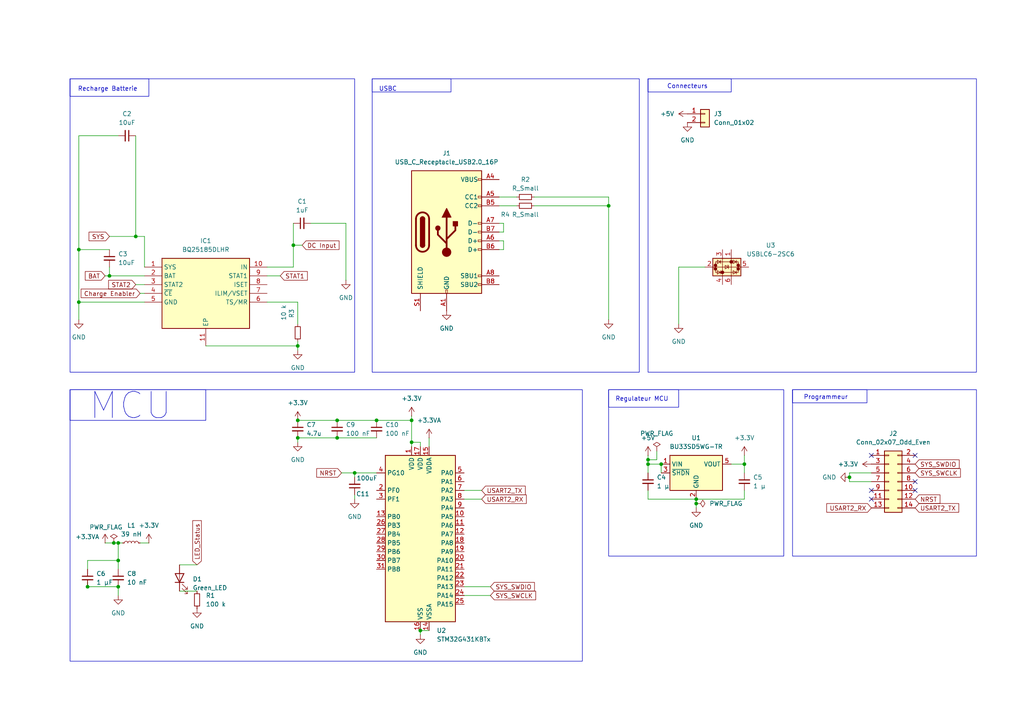
<source format=kicad_sch>
(kicad_sch (version 20231120) (generator "eeschema") (generator_version "8.0")
  (paper "A4")
  (title_block (title "PCB : Batterie Veste Lumineuse") (company "ENSEA") (comment 1 "Clément Servaes") (comment 2 "Léonard Navizet"))
  (lib_symbols
    (symbol "BQ25185DLHR:BQ25185DLHR"
      (property "Reference" "IC" (at 31.75 7.62 0))
      (property "Value" "BQ25185DLHR" (at 31.75 5.08 0))
      (symbol "BQ25185DLHR_1_1"
        (rectangle (start 5.08 2.54) (end 30.48 -17.78) (stroke (width 0.254)) (fill (type background)))
        (pin passive line (at 0 0 0) (length 5.08) (name "SYS") (number "1"))
        (pin passive line (at 35.56 0 180) (length 5.08) (name "IN") (number "10"))
        (pin passive line (at 17.78 -22.86 90) (length 5.08) (name "EP") (number "11"))
        (pin passive line (at 0 -2.54 0) (length 5.08) (name "BAT") (number "2"))
        (pin passive line (at 0 -5.08 0) (length 5.08) (name "STAT2") (number "3"))
        (pin passive line (at 0 -7.62 0) (length 5.08) (name "~{CE}") (number "4"))
        (pin passive line (at 0 -10.16 0) (length 5.08) (name "GND") (number "5"))
        (pin passive line (at 35.56 -10.16 180) (length 5.08) (name "TS/MR") (number "6"))
        (pin passive line (at 35.56 -7.62 180) (length 5.08) (name "ILIM/VSET") (number "7"))
        (pin passive line (at 35.56 -5.08 180) (length 5.08) (name "ISET") (number "8"))
        (pin passive line (at 35.56 -2.54 180) (length 5.08) (name "STAT1") (number "9"))
      )
    )
    (symbol "Connector:USB_C_Receptacle_USB2.0_16P" (pin_names (offset 1.016))
      (property "Reference" "J" (at 0 22.225 0))
      (property "Value" "USB_C_Receptacle_USB2.0_16P" (at 0 19.685 0))
      (symbol "USB_C_Receptacle_USB2.0_16P_0_0"
        (rectangle (start -0.254 -17.78) (end 0.254 -16.764))
        (rectangle (start 10.16 -14.986) (end 9.144 -15.494))
        (rectangle (start 10.16 -12.446) (end 9.144 -12.954))
        (rectangle (start 10.16 -4.826) (end 9.144 -5.334))
        (rectangle (start 10.16 -2.286) (end 9.144 -2.794))
        (rectangle (start 10.16 0.254) (end 9.144 -0.254))
        (rectangle (start 10.16 2.794) (end 9.144 2.286))
        (rectangle (start 10.16 7.874) (end 9.144 7.366))
        (rectangle (start 10.16 10.414) (end 9.144 9.906))
        (rectangle (start 10.16 15.494) (end 9.144 14.986))
      )
      (symbol "USB_C_Receptacle_USB2.0_16P_0_1"
        (rectangle (start -10.16 17.78) (end 10.16 -17.78) (stroke (width 0.254)) (fill (type background)))
        (arc (start -8.89 -3.81) (mid -6.985 -5.7067) (end -5.08 -3.81) (stroke (width 0.508)))
        (arc (start -7.62 -3.81) (mid -6.985 -4.4423) (end -6.35 -3.81) (stroke (width 0.254)))
        (arc (start -7.62 -3.81) (mid -6.985 -4.4423) (end -6.35 -3.81) (stroke (width 0.254)) (fill (type outline)))
        (rectangle (start -7.62 -3.81) (end -6.35 3.81) (stroke (width 0.254)) (fill (type outline)))
        (arc (start -6.35 3.81) (mid -6.985 4.4423) (end -7.62 3.81) (stroke (width 0.254)))
        (arc (start -6.35 3.81) (mid -6.985 4.4423) (end -7.62 3.81) (stroke (width 0.254)) (fill (type outline)))
        (arc (start -5.08 3.81) (mid -6.985 5.7067) (end -8.89 3.81) (stroke (width 0.508)))
        (circle (center -2.54 1.143) (radius 0.635) (stroke (width 0.254)) (fill (type outline)))
        (circle (center 0 -5.842) (radius 1.27) (fill (type outline)))
        (polyline (pts (xy -8.89 -3.81) (xy -8.89 3.81)) (stroke (width 0.508)))
        (polyline (pts (xy -5.08 3.81) (xy -5.08 -3.81)) (stroke (width 0.508)))
        (polyline (pts (xy 0 -5.842) (xy 0 4.318)) (stroke (width 0.508)))
        (polyline (pts (xy 0 -3.302) (xy -2.54 -0.762) (xy -2.54 0.508)) (stroke (width 0.508)))
        (polyline (pts (xy 0 -2.032) (xy 2.54 0.508) (xy 2.54 1.778)) (stroke (width 0.508)))
        (polyline (pts (xy -1.27 4.318) (xy 0 6.858) (xy 1.27 4.318) (xy -1.27 4.318)) (stroke (width 0.254)) (fill (type outline)))
        (rectangle (start 1.905 1.778) (end 3.175 3.048) (stroke (width 0.254)) (fill (type outline)))
      )
      (symbol "USB_C_Receptacle_USB2.0_16P_1_1"
        (pin passive line (at 0 -22.86 90) (length 5.08) (name "GND") (number "A1"))
        (pin passive line (at 0 -22.86 90) (length 5.08) hide (name "GND") (number "A12"))
        (pin passive line (at 15.24 15.24 180) (length 5.08) (name "VBUS") (number "A4"))
        (pin bidirectional line (at 15.24 10.16 180) (length 5.08) (name "CC1") (number "A5"))
        (pin bidirectional line (at 15.24 -2.54 180) (length 5.08) (name "D+") (number "A6"))
        (pin bidirectional line (at 15.24 2.54 180) (length 5.08) (name "D-") (number "A7"))
        (pin bidirectional line (at 15.24 -12.7 180) (length 5.08) (name "SBU1") (number "A8"))
        (pin passive line (at 15.24 15.24 180) (length 5.08) hide (name "VBUS") (number "A9"))
        (pin passive line (at 0 -22.86 90) (length 5.08) hide (name "GND") (number "B1"))
        (pin passive line (at 0 -22.86 90) (length 5.08) hide (name "GND") (number "B12"))
        (pin passive line (at 15.24 15.24 180) (length 5.08) hide (name "VBUS") (number "B4"))
        (pin bidirectional line (at 15.24 7.62 180) (length 5.08) (name "CC2") (number "B5"))
        (pin bidirectional line (at 15.24 -5.08 180) (length 5.08) (name "D+") (number "B6"))
        (pin bidirectional line (at 15.24 0 180) (length 5.08) (name "D-") (number "B7"))
        (pin bidirectional line (at 15.24 -15.24 180) (length 5.08) (name "SBU2") (number "B8"))
        (pin passive line (at 15.24 15.24 180) (length 5.08) hide (name "VBUS") (number "B9"))
        (pin passive line (at -7.62 -22.86 90) (length 5.08) (name "SHIELD") (number "S1"))
      )
    )
    (symbol "Connector_Generic:Conn_01x02" (pin_names (offset 1.016) hide)
      (property "Reference" "J" (at 0 2.54 0))
      (property "Value" "Conn_01x02" (at 0 -5.08 0))
      (symbol "Conn_01x02_1_1"
        (rectangle (start -1.27 -2.413) (end 0 -2.667) (stroke (width 0.1524)))
        (rectangle (start -1.27 0.127) (end 0 -0.127) (stroke (width 0.1524)))
        (rectangle (start -1.27 1.27) (end 1.27 -3.81) (stroke (width 0.254)) (fill (type background)))
        (pin passive line (at -5.08 0 0) (length 3.81) (name "Pin_1") (number "1"))
        (pin passive line (at -5.08 -2.54 0) (length 3.81) (name "Pin_2") (number "2"))
      )
    )
    (symbol "Connector_Generic:Conn_02x07_Odd_Even" (pin_names (offset 1.016) hide)
      (property "Reference" "J" (at 1.27 10.16 0))
      (property "Value" "Conn_02x07_Odd_Even" (at 1.27 -10.16 0))
      (symbol "Conn_02x07_Odd_Even_1_1"
        (rectangle (start -1.27 -7.493) (end 0 -7.747) (stroke (width 0.1524)))
        (rectangle (start -1.27 -4.953) (end 0 -5.207) (stroke (width 0.1524)))
        (rectangle (start -1.27 -2.413) (end 0 -2.667) (stroke (width 0.1524)))
        (rectangle (start -1.27 0.127) (end 0 -0.127) (stroke (width 0.1524)))
        (rectangle (start -1.27 2.667) (end 0 2.413) (stroke (width 0.1524)))
        (rectangle (start -1.27 5.207) (end 0 4.953) (stroke (width 0.1524)))
        (rectangle (start -1.27 7.747) (end 0 7.493) (stroke (width 0.1524)))
        (rectangle (start -1.27 8.89) (end 3.81 -8.89) (stroke (width 0.254)) (fill (type background)))
        (rectangle (start 3.81 -7.493) (end 2.54 -7.747) (stroke (width 0.1524)))
        (rectangle (start 3.81 -4.953) (end 2.54 -5.207) (stroke (width 0.1524)))
        (rectangle (start 3.81 -2.413) (end 2.54 -2.667) (stroke (width 0.1524)))
        (rectangle (start 3.81 0.127) (end 2.54 -0.127) (stroke (width 0.1524)))
        (rectangle (start 3.81 2.667) (end 2.54 2.413) (stroke (width 0.1524)))
        (rectangle (start 3.81 5.207) (end 2.54 4.953) (stroke (width 0.1524)))
        (rectangle (start 3.81 7.747) (end 2.54 7.493) (stroke (width 0.1524)))
        (pin passive line (at -5.08 7.62 0) (length 3.81) (name "Pin_1") (number "1"))
        (pin passive line (at 7.62 -2.54 180) (length 3.81) (name "Pin_10") (number "10"))
        (pin passive line (at -5.08 -5.08 0) (length 3.81) (name "Pin_11") (number "11"))
        (pin passive line (at 7.62 -5.08 180) (length 3.81) (name "Pin_12") (number "12"))
        (pin passive line (at -5.08 -7.62 0) (length 3.81) (name "Pin_13") (number "13"))
        (pin passive line (at 7.62 -7.62 180) (length 3.81) (name "Pin_14") (number "14"))
        (pin passive line (at 7.62 7.62 180) (length 3.81) (name "Pin_2") (number "2"))
        (pin passive line (at -5.08 5.08 0) (length 3.81) (name "Pin_3") (number "3"))
        (pin passive line (at 7.62 5.08 180) (length 3.81) (name "Pin_4") (number "4"))
        (pin passive line (at -5.08 2.54 0) (length 3.81) (name "Pin_5") (number "5"))
        (pin passive line (at 7.62 2.54 180) (length 3.81) (name "Pin_6") (number "6"))
        (pin passive line (at -5.08 0 0) (length 3.81) (name "Pin_7") (number "7"))
        (pin passive line (at 7.62 0 180) (length 3.81) (name "Pin_8") (number "8"))
        (pin passive line (at -5.08 -2.54 0) (length 3.81) (name "Pin_9") (number "9"))
      )
    )
    (symbol "Device:C_Small" (pin_numbers hide) (pin_names (offset 0.254) hide)
      (property "Reference" "C" (at 0.254 1.778 0))
      (property "Value" "C_Small" (at 0.254 -2.032 0))
      (symbol "C_Small_0_1"
        (polyline (pts (xy -1.524 -0.508) (xy 1.524 -0.508)) (stroke (width 0.3302)))
        (polyline (pts (xy -1.524 0.508) (xy 1.524 0.508)) (stroke (width 0.3048)))
      )
      (symbol "C_Small_1_1"
        (pin passive line (at 0 2.54 270) (length 2.032) (name "~") (number "1"))
        (pin passive line (at 0 -2.54 90) (length 2.032) (name "~") (number "2"))
      )
    )
    (symbol "Device:LED" (pin_numbers hide) (pin_names (offset 1.016) hide)
      (property "Reference" "D" (at -2.54 0 90))
      (property "Value" "LED" (at 2.54 0 90))
      (symbol "LED_0_1"
        (polyline (pts (xy 0 -1.27) (xy 0 1.27)))
        (polyline (pts (xy 1.27 -1.27) (xy -1.27 -1.27)) (stroke (width 0.254)))
        (polyline (pts (xy 1.27 1.27) (xy -1.27 1.27) (xy 0 -1.27) (xy 1.27 1.27)) (stroke (width 0.254)))
        (polyline (pts (xy 0.762 -3.048) (xy 2.286 -4.572) (xy 2.286 -3.81) (xy 2.286 -4.572) (xy 1.524 -4.572)))
        (polyline (pts (xy 0.762 -1.778) (xy 2.286 -3.302) (xy 2.286 -2.54) (xy 2.286 -3.302) (xy 1.524 -3.302)))
      )
      (symbol "LED_1_1"
        (pin passive line (at 0 -3.81 90) (length 2.54) (name "K") (number "1"))
        (pin passive line (at 0 3.81 270) (length 2.54) (name "A") (number "2"))
      )
    )
    (symbol "Device:L_Small" (pin_numbers hide) (pin_names (offset 0.254) hide)
      (property "Reference" "L" (at 16.764 -3.048 90))
      (property "Value" "L_Small" (at 18.796 -3.048 90))
      (symbol "L_Small_0_1"
        (arc (start 16.764 -3.81) (mid 16.256 -3.3042) (end 15.748 -3.81))
        (arc (start 17.78 -3.81) (mid 17.272 -3.3042) (end 16.764 -3.81))
        (arc (start 18.796 -3.81) (mid 18.288 -3.3042) (end 17.78 -3.81))
        (arc (start 19.812 -3.81) (mid 19.304 -3.3042) (end 18.796 -3.81))
      )
      (symbol "L_Small_1_1"
        (pin passive line (at 15.24 -3.81 0) (length 0.508) (name "~") (number "1"))
        (pin passive line (at 20.32 -3.81 180) (length 0.508) (name "~") (number "2"))
      )
    )
    (symbol "Device:R_Small" (pin_numbers hide) (pin_names (offset 0.254) hide)
      (property "Reference" "R" (at 0.762 0.508 0))
      (property "Value" "R_Small" (at 0.762 -1.016 0))
      (symbol "R_Small_0_1"
        (rectangle (start -0.762 1.778) (end 0.762 -1.778) (stroke (width 0.2032)))
      )
      (symbol "R_Small_1_1"
        (pin passive line (at 0 2.54 270) (length 0.762) (name "~") (number "1"))
        (pin passive line (at 0 -2.54 90) (length 0.762) (name "~") (number "2"))
      )
    )
    (symbol "MCU_ST_STM32G4:STM32G431KBTx"
      (property "Reference" "U" (at -10.16 26.67 0))
      (property "Value" "STM32G431KBTx" (at 5.08 26.67 0))
      (symbol "STM32G431KBTx_0_1"
        (rectangle (start -10.16 -22.86) (end 10.16 25.4) (stroke (width 0.254)) (fill (type background)))
      )
      (symbol "STM32G431KBTx_1_1"
        (pin power_in line (at -2.54 27.94 270) (length 2.54) (name "VDD") (number "1"))
        (pin bidirectional line (at 12.7 7.62 180) (length 2.54) (name "PA5") (number "10"))
        (pin bidirectional line (at 12.7 5.08 180) (length 2.54) (name "PA6") (number "11"))
        (pin bidirectional line (at 12.7 2.54 180) (length 2.54) (name "PA7") (number "12"))
        (pin bidirectional line (at -12.7 7.62 0) (length 2.54) (name "PB0") (number "13"))
        (pin power_in line (at 2.54 -25.4 90) (length 2.54) (name "VSSA") (number "14"))
        (pin power_in line (at 2.54 27.94 270) (length 2.54) (name "VDDA") (number "15"))
        (pin power_in line (at 0 -25.4 90) (length 2.54) (name "VSS") (number "16"))
        (pin power_in line (at 0 27.94 270) (length 2.54) (name "VDD") (number "17"))
        (pin bidirectional line (at 12.7 0 180) (length 2.54) (name "PA8") (number "18"))
        (pin bidirectional line (at 12.7 -2.54 180) (length 2.54) (name "PA9") (number "19"))
        (pin bidirectional line (at -12.7 15.24 0) (length 2.54) (name "PF0") (number "2"))
        (pin bidirectional line (at 12.7 -5.08 180) (length 2.54) (name "PA10") (number "20"))
        (pin bidirectional line (at 12.7 -7.62 180) (length 2.54) (name "PA11") (number "21"))
        (pin bidirectional line (at 12.7 -10.16 180) (length 2.54) (name "PA12") (number "22"))
        (pin bidirectional line (at 12.7 -12.7 180) (length 2.54) (name "PA13") (number "23"))
        (pin bidirectional line (at 12.7 -15.24 180) (length 2.54) (name "PA14") (number "24"))
        (pin bidirectional line (at 12.7 -17.78 180) (length 2.54) (name "PA15") (number "25"))
        (pin bidirectional line (at -12.7 5.08 0) (length 2.54) (name "PB3") (number "26"))
        (pin bidirectional line (at -12.7 2.54 0) (length 2.54) (name "PB4") (number "27"))
        (pin bidirectional line (at -12.7 0 0) (length 2.54) (name "PB5") (number "28"))
        (pin bidirectional line (at -12.7 -2.54 0) (length 2.54) (name "PB6") (number "29"))
        (pin bidirectional line (at -12.7 12.7 0) (length 2.54) (name "PF1") (number "3"))
        (pin bidirectional line (at -12.7 -5.08 0) (length 2.54) (name "PB7") (number "30"))
        (pin bidirectional line (at -12.7 -7.62 0) (length 2.54) (name "PB8") (number "31"))
        (pin passive line (at 0 -25.4 90) (length 2.54) hide (name "VSS") (number "32"))
        (pin bidirectional line (at -12.7 20.32 0) (length 2.54) (name "PG10") (number "4"))
        (pin bidirectional line (at 12.7 20.32 180) (length 2.54) (name "PA0") (number "5"))
        (pin bidirectional line (at 12.7 17.78 180) (length 2.54) (name "PA1") (number "6"))
        (pin bidirectional line (at 12.7 15.24 180) (length 2.54) (name "PA2") (number "7"))
        (pin bidirectional line (at 12.7 12.7 180) (length 2.54) (name "PA3") (number "8"))
        (pin bidirectional line (at 12.7 10.16 180) (length 2.54) (name "PA4") (number "9"))
      )
    )
    (symbol "Power_Protection:USBLC6-2SC6" (pin_names hide)
      (property "Reference" "U" (at 0.635 5.715 0))
      (property "Value" "USBLC6-2SC6" (at 0.635 3.81 0))
      (symbol "USBLC6-2SC6_0_0"
        (circle (center -1.524 0) (radius 0.0001) (stroke (width 0.508)))
        (circle (center -0.508 -4.572) (radius 0.0001) (stroke (width 0.508)))
        (circle (center -0.508 2.032) (radius 0.0001) (stroke (width 0.508)))
        (circle (center 0.508 -4.572) (radius 0.0001) (stroke (width 0.508)))
        (circle (center 0.508 2.032) (radius 0.0001) (stroke (width 0.508)))
        (circle (center 1.524 -2.54) (radius 0.0001) (stroke (width 0.508)))
      )
      (symbol "USBLC6-2SC6_0_1"
        (polyline (pts (xy -2.54 -2.54) (xy 2.54 -2.54)))
        (polyline (pts (xy -2.54 0) (xy 2.54 0)))
        (polyline (pts (xy -2.032 -3.048) (xy -1.016 -3.048)))
        (polyline (pts (xy -1.016 1.524) (xy -2.032 1.524)))
        (polyline (pts (xy 1.016 -3.048) (xy 2.032 -3.048)))
        (polyline (pts (xy 1.016 1.524) (xy 2.032 1.524)))
        (polyline (pts (xy -0.508 -1.143) (xy -0.508 -0.762) (xy 0.508 -0.762)))
        (polyline (pts (xy -2.032 0.508) (xy -1.016 0.508) (xy -1.524 1.524) (xy -2.032 0.508)))
        (polyline (pts (xy -1.016 -4.064) (xy -2.032 -4.064) (xy -1.524 -3.048) (xy -1.016 -4.064)))
        (polyline (pts (xy 0.508 -1.778) (xy -0.508 -1.778) (xy 0 -0.762) (xy 0.508 -1.778)))
        (polyline (pts (xy 2.032 -4.064) (xy 1.016 -4.064) (xy 1.524 -3.048) (xy 2.032 -4.064)))
        (polyline (pts (xy 2.032 0.508) (xy 1.016 0.508) (xy 1.524 1.524) (xy 2.032 0.508)))
        (polyline (pts (xy 0 2.54) (xy -0.508 2.032) (xy 0.508 2.032) (xy 0 1.524) (xy 0 -4.064) (xy -0.508 -4.572) (xy 0.508 -4.572) (xy 0 -5.08)))
      )
      (symbol "USBLC6-2SC6_1_1"
        (rectangle (start -2.54 2.794) (end 2.54 -5.334) (stroke (width 0.254)) (fill (type background)))
        (polyline (pts (xy -0.508 2.032) (xy -1.524 2.032) (xy -1.524 -4.572) (xy -0.508 -4.572)))
        (polyline (pts (xy 0.508 -4.572) (xy 1.524 -4.572) (xy 1.524 2.032) (xy 0.508 2.032)))
        (pin passive line (at -5.08 0 0) (length 2.54) (name "I/O1") (number "1"))
        (pin passive line (at 0 -7.62 90) (length 2.54) (name "GND") (number "2"))
        (pin passive line (at -5.08 -2.54 0) (length 2.54) (name "I/O2") (number "3"))
        (pin passive line (at 5.08 -2.54 180) (length 2.54) (name "I/O2") (number "4"))
        (pin passive line (at 0 5.08 270) (length 2.54) (name "VBUS") (number "5"))
        (pin passive line (at 5.08 0 180) (length 2.54) (name "I/O1") (number "6"))
      )
    )
    (symbol "Regulator_Linear:MCP1802x-xx02xOT"
      (property "Reference" "U" (at -6.35 6.35 0))
      (property "Value" "MCP1802x-xx02xOT" (at 0 6.35 0))
      (symbol "MCP1802x-xx02xOT_0_1"
        (rectangle (start -7.62 5.08) (end 7.62 -5.08) (stroke (width 0.254)) (fill (type background)))
      )
      (symbol "MCP1802x-xx02xOT_1_1"
        (pin power_in line (at -10.16 2.54 0) (length 2.54) (name "VIN") (number "1"))
        (pin power_in line (at 0 -7.62 90) (length 2.54) (name "GND") (number "2"))
        (pin input line (at -10.16 0 0) (length 2.54) (name "~{SHDN}") (number "3"))
        (pin no_connect line (at 7.62 0 180) (length 2.54) hide (name "NC") (number "4"))
        (pin power_out line (at 10.16 2.54 180) (length 2.54) (name "VOUT") (number "5"))
      )
    )
    (symbol "power:+3.3V" (power) (pin_numbers hide) (pin_names (offset 0) hide)
      (property "Value" "+3.3V" (at 0 3.556 0))
      (symbol "+3.3V_0_1"
        (polyline (pts (xy -0.762 1.27) (xy 0 2.54)))
        (polyline (pts (xy 0 0) (xy 0 2.54)))
        (polyline (pts (xy 0 2.54) (xy 0.762 1.27)))
      )
      (symbol "+3.3V_1_1"
        (pin power_in line (at 0 0 90) (length 0) (name "~") (number "1"))
      )
    )
    (symbol "power:+3.3VA" (power) (pin_numbers hide) (pin_names (offset 0) hide)
      (property "Value" "+3.3VA" (at 0 3.556 0))
      (symbol "+3.3VA_0_1"
        (polyline (pts (xy -0.762 1.27) (xy 0 2.54)))
        (polyline (pts (xy 0 0) (xy 0 2.54)))
        (polyline (pts (xy 0 2.54) (xy 0.762 1.27)))
      )
      (symbol "+3.3VA_1_1"
        (pin power_in line (at 0 0 90) (length 0) (name "~") (number "1"))
      )
    )
    (symbol "power:+5V" (power) (pin_numbers hide) (pin_names (offset 0) hide)
      (property "Value" "+5V" (at 0 3.556 0))
      (symbol "+5V_0_1"
        (polyline (pts (xy -0.762 1.27) (xy 0 2.54)))
        (polyline (pts (xy 0 0) (xy 0 2.54)))
        (polyline (pts (xy 0 2.54) (xy 0.762 1.27)))
      )
      (symbol "+5V_1_1"
        (pin power_in line (at 0 0 90) (length 0) (name "~") (number "1"))
      )
    )
    (symbol "power:GND" (power) (pin_numbers hide) (pin_names (offset 0) hide)
      (property "Value" "GND" (at 0 -3.81 0))
      (symbol "GND_0_1"
        (polyline (pts (xy 0 0) (xy 0 -1.27) (xy 1.27 -1.27) (xy 0 -2.54) (xy -1.27 -1.27) (xy 0 -1.27)))
      )
      (symbol "GND_1_1"
        (pin power_in line (at 0 0 270) (length 0) (name "~") (number "1"))
      )
    )
    (symbol "power:PWR_FLAG" (power) (pin_numbers hide) (pin_names (offset 0) hide)
      (property "Value" "PWR_FLAG" (at 0 3.81 0))
      (symbol "PWR_FLAG_0_0"
        (pin power_out line (at 0 0 90) (length 0) (name "~") (number "1"))
      )
      (symbol "PWR_FLAG_0_1"
        (polyline (pts (xy 0 0) (xy 0 1.27) (xy -1.016 1.905) (xy 0 2.54) (xy 1.016 1.905) (xy 0 1.27)))
      )
    )
  )
  (junction (at 201.93 144.78))
  (junction (at 34.29 157.48))
  (junction (at 119.38 121.92))
  (junction (at 97.79 121.92))
  (junction (at 33.02 157.48))
  (junction (at 191.77 134.62))
  (junction (at 22.86 87.63))
  (junction (at 97.79 127))
  (junction (at 176.53 59.69))
  (junction (at 187.96 133.35))
  (junction (at 34.29 170.18))
  (junction (at 187.96 134.62))
  (junction (at 86.36 100.33))
  (junction (at 201.93 146.05))
  (junction (at 31.75 80.01))
  (junction (at 34.29 162.56))
  (junction (at 39.37 68.58))
  (junction (at 109.22 121.92))
  (junction (at 86.36 121.92))
  (junction (at 86.36 127))
  (junction (at 85.09 71.12))
  (junction (at 102.87 137.16))
  (junction (at 119.38 128.27))
  (junction (at 25.4 170.18))
  (junction (at 22.86 72.39))
  (junction (at 246.38 138.43))
  (junction (at 215.9 134.62))
  (junction (at 121.92 182.88))
  (no_connect (at 265.43 142.24))
  (no_connect (at 265.43 132.08))
  (no_connect (at 252.73 142.24))
  (no_connect (at 265.43 139.7))
  (no_connect (at 252.73 132.08))
  (no_connect (at 252.73 144.78))
  (wire (pts (xy 119.38 120.65) (xy 119.38 121.92)))
  (wire (pts (xy 134.62 170.18) (xy 142.24 170.18)))
  (wire (pts (xy 134.62 172.72) (xy 142.24 172.72)))
  (wire (pts (xy 86.36 87.63) (xy 86.36 93.98)))
  (wire (pts (xy 77.47 77.47) (xy 85.09 77.47)))
  (wire (pts (xy 77.47 80.01) (xy 81.28 80.01)))
  (wire (pts (xy 190.5 130.81) (xy 190.5 133.35)))
  (wire (pts (xy 191.77 134.62) (xy 187.96 134.62)))
  (wire (pts (xy 187.96 144.78) (xy 187.96 142.24)))
  (wire (pts (xy 246.38 139.7) (xy 246.38 138.43)))
  (wire (pts (xy 39.37 68.58) (xy 41.91 68.58)))
  (wire (pts (xy 121.92 128.27) (xy 121.92 129.54)))
  (wire (pts (xy 204.47 77.47) (xy 196.85 77.47)))
  (wire (pts (xy 85.09 77.47) (xy 85.09 71.12)))
  (wire (pts (xy 59.69 100.33) (xy 86.36 100.33)))
  (wire (pts (xy 119.38 121.92) (xy 119.38 128.27)))
  (wire (pts (xy 215.9 144.78) (xy 201.93 144.78)))
  (wire (pts (xy 144.78 59.69) (xy 149.86 59.69)))
  (wire (pts (xy 109.22 121.92) (xy 119.38 121.92)))
  (wire (pts (xy 187.96 134.62) (xy 187.96 137.16)))
  (wire (pts (xy 154.94 57.15) (xy 176.53 57.15)))
  (wire (pts (xy 22.86 39.37) (xy 22.86 72.39)))
  (wire (pts (xy 134.62 142.24) (xy 139.7 142.24)))
  (wire (pts (xy 119.38 128.27) (xy 121.92 128.27)))
  (wire (pts (xy 97.79 127) (xy 109.22 127)))
  (wire (pts (xy 215.9 132.08) (xy 215.9 134.62)))
  (wire (pts (xy 86.36 127) (xy 86.36 128.27)))
  (wire (pts (xy 87.63 71.12) (xy 85.09 71.12)))
  (wire (pts (xy 86.36 127) (xy 97.79 127)))
  (wire (pts (xy 144.78 64.77) (xy 146.05 64.77)))
  (wire (pts (xy 86.36 121.92) (xy 97.79 121.92)))
  (wire (pts (xy 144.78 72.39) (xy 146.05 72.39)))
  (wire (pts (xy 176.53 57.15) (xy 176.53 59.69)))
  (wire (pts (xy 124.46 127) (xy 124.46 129.54)))
  (wire (pts (xy 176.53 59.69) (xy 176.53 92.71)))
  (wire (pts (xy 146.05 69.85) (xy 146.05 72.39)))
  (wire (pts (xy 246.38 137.16) (xy 246.38 138.43)))
  (wire (pts (xy 22.86 72.39) (xy 31.75 72.39)))
  (wire (pts (xy 97.79 121.92) (xy 109.22 121.92)))
  (wire (pts (xy 31.75 68.58) (xy 39.37 68.58)))
  (wire (pts (xy 102.87 137.16) (xy 109.22 137.16)))
  (wire (pts (xy 30.48 80.01) (xy 31.75 80.01)))
  (wire (pts (xy 215.9 142.24) (xy 215.9 144.78)))
  (wire (pts (xy 34.29 170.18) (xy 34.29 172.72)))
  (wire (pts (xy 154.94 59.69) (xy 176.53 59.69)))
  (wire (pts (xy 25.4 168.91) (xy 25.4 170.18)))
  (wire (pts (xy 31.75 80.01) (xy 41.91 80.01)))
  (wire (pts (xy 215.9 134.62) (xy 212.09 134.62)))
  (wire (pts (xy 39.37 82.55) (xy 41.91 82.55)))
  (wire (pts (xy 22.86 87.63) (xy 41.91 87.63)))
  (wire (pts (xy 34.29 165.1) (xy 34.29 162.56)))
  (wire (pts (xy 252.73 137.16) (xy 246.38 137.16)))
  (wire (pts (xy 40.64 157.48) (xy 43.18 157.48)))
  (wire (pts (xy 121.92 182.88) (xy 124.46 182.88)))
  (wire (pts (xy 52.07 163.83) (xy 57.15 163.83)))
  (wire (pts (xy 100.33 81.28) (xy 100.33 64.77)))
  (wire (pts (xy 144.78 67.31) (xy 146.05 67.31)))
  (wire (pts (xy 99.06 137.16) (xy 102.87 137.16)))
  (wire (pts (xy 121.92 182.88) (xy 121.92 184.15)))
  (wire (pts (xy 86.36 87.63) (xy 77.47 87.63)))
  (wire (pts (xy 119.38 128.27) (xy 119.38 129.54)))
  (wire (pts (xy 34.29 162.56) (xy 34.29 157.48)))
  (wire (pts (xy 252.73 139.7) (xy 246.38 139.7)))
  (wire (pts (xy 33.02 157.48) (xy 34.29 157.48)))
  (wire (pts (xy 201.93 147.32) (xy 201.93 146.05)))
  (wire (pts (xy 187.96 132.08) (xy 187.96 133.35)))
  (wire (pts (xy 86.36 100.33) (xy 86.36 101.6)))
  (wire (pts (xy 25.4 170.18) (xy 34.29 170.18)))
  (wire (pts (xy 22.86 72.39) (xy 22.86 87.63)))
  (wire (pts (xy 191.77 134.62) (xy 191.77 137.16)))
  (wire (pts (xy 22.86 39.37) (xy 34.29 39.37)))
  (wire (pts (xy 201.93 144.78) (xy 187.96 144.78)))
  (wire (pts (xy 86.36 99.06) (xy 86.36 100.33)))
  (wire (pts (xy 144.78 57.15) (xy 149.86 57.15)))
  (wire (pts (xy 187.96 133.35) (xy 187.96 134.62)))
  (wire (pts (xy 31.75 77.47) (xy 31.75 80.01)))
  (wire (pts (xy 102.87 143.51) (xy 102.87 144.78)))
  (wire (pts (xy 22.86 92.71) (xy 22.86 87.63)))
  (wire (pts (xy 102.87 138.43) (xy 102.87 137.16)))
  (wire (pts (xy 215.9 134.62) (xy 215.9 137.16)))
  (wire (pts (xy 40.64 85.09) (xy 41.91 85.09)))
  (wire (pts (xy 190.5 133.35) (xy 187.96 133.35)))
  (wire (pts (xy 134.62 144.78) (xy 139.7 144.78)))
  (wire (pts (xy 39.37 39.37) (xy 39.37 68.58)))
  (wire (pts (xy 52.07 171.45) (xy 57.15 171.45)))
  (wire (pts (xy 34.29 162.56) (xy 25.4 162.56)))
  (wire (pts (xy 201.93 146.05) (xy 201.93 144.78)))
  (wire (pts (xy 25.4 162.56) (xy 25.4 165.1)))
  (wire (pts (xy 100.33 64.77) (xy 90.17 64.77)))
  (wire (pts (xy 196.85 77.47) (xy 196.85 93.98)))
  (wire (pts (xy 144.78 69.85) (xy 146.05 69.85)))
  (wire (pts (xy 41.91 68.58) (xy 41.91 77.47)))
  (wire (pts (xy 85.09 71.12) (xy 85.09 64.77)))
  (wire (pts (xy 146.05 64.77) (xy 146.05 67.31)))
  (wire (pts (xy 35.56 157.48) (xy 34.29 157.48)))
  (wire (pts (xy 30.48 157.48) (xy 33.02 157.48)))
  (rectangle (start 229.87 113.03) (end 283.21 161.29))
  (rectangle (start 107.95 22.86) (end 130.81 26.67))
  (rectangle (start 187.96 22.86) (end 212.09 26.67))
  (rectangle (start 176.53 113.03) (end 196.85 118.11))
  (rectangle (start 176.53 113.03) (end 227.33 161.29))
  (rectangle (start 107.95 22.86) (end 185.42 107.95))
  (rectangle (start 20.32 113.03) (end 59.69 121.92))
  (rectangle (start 20.32 113.03) (end 168.91 191.77))
  (rectangle (start 229.87 113.03) (end 251.46 116.84))
  (rectangle (start 187.96 22.86) (end 283.21 107.95))
  (rectangle (start 20.32 22.86) (end 102.87 107.95))
  (rectangle (start 20.32 22.86) (end 43.18 27.94))
  (text "MCU\n" (at 37.846 117.856 0) (effects (font (size 7.62 7.62))))
  (text "Recharge Batterie" (at 31.242 25.908 0) (effects (font (size 1.27 1.27))))
  (text "Programmeur\n" (at 239.522 115.316 0) (effects (font (size 1.27 1.27))))
  (text "USBC" (at 112.522 25.908 0) (effects (font (size 1.27 1.27))))
  (text "Connecteurs\n" (at 199.39 25.146 0) (effects (font (size 1.27 1.27))))
  (text "Regulateur MCU\n" (at 186.182 115.824 0) (effects (font (size 1.27 1.27))))
  (global_label "LED_Status" (shape input) (at 57.15 163.83 90) (property "Intersheetrefs" "${INTERSHEET_REFS}" (effects (hide yes))))
  (global_label "NRST" (shape input) (at 265.43 144.78 0) (property "Intersheetrefs" "${INTERSHEET_REFS}" (effects (hide yes))))
  (global_label "USART2_RX" (shape input) (at 252.73 147.32 180) (property "Intersheetrefs" "${INTERSHEET_REFS}" (effects (hide yes))))
  (global_label "SYS_SWCLK" (shape input) (at 142.24 172.72 0) (property "Intersheetrefs" "${INTERSHEET_REFS}" (effects (hide yes))))
  (global_label "DC Input" (shape input) (at 87.63 71.12 0) (property "Intersheetrefs" "${INTERSHEET_REFS}" (effects (hide yes))))
  (global_label "SYS_SWDIO" (shape input) (at 265.43 134.62 0) (property "Intersheetrefs" "${INTERSHEET_REFS}" (effects (hide yes))))
  (global_label "NRST" (shape input) (at 99.06 137.16 180) (property "Intersheetrefs" "${INTERSHEET_REFS}" (effects (hide yes))))
  (global_label "STAT1" (shape input) (at 81.28 80.01 0) (property "Intersheetrefs" "${INTERSHEET_REFS}" (effects (hide yes))))
  (global_label "BAT" (shape input) (at 30.48 80.01 180) (property "Intersheetrefs" "${INTERSHEET_REFS}" (effects (hide yes))))
  (global_label "USART2_RX" (shape input) (at 139.7 144.78 0) (property "Intersheetrefs" "${INTERSHEET_REFS}" (effects (hide yes))))
  (global_label "SYS_SWCLK" (shape input) (at 265.43 137.16 0) (property "Intersheetrefs" "${INTERSHEET_REFS}" (effects (hide yes))))
  (global_label "USART2_TX" (shape input) (at 265.43 147.32 0) (property "Intersheetrefs" "${INTERSHEET_REFS}" (effects (hide yes))))
  (global_label "SYS" (shape input) (at 31.75 68.58 180) (property "Intersheetrefs" "${INTERSHEET_REFS}" (effects (hide yes))))
  (global_label "STAT2" (shape input) (at 39.37 82.55 180) (property "Intersheetrefs" "${INTERSHEET_REFS}" (effects (hide yes))))
  (global_label "Charge Enabler" (shape input) (at 40.64 85.09 180) (property "Intersheetrefs" "${INTERSHEET_REFS}" (effects (hide yes))))
  (global_label "USART2_TX" (shape input) (at 139.7 142.24 0) (property "Intersheetrefs" "${INTERSHEET_REFS}" (effects (hide yes))))
  (global_label "SYS_SWDIO" (shape input) (at 142.24 170.18 0) (property "Intersheetrefs" "${INTERSHEET_REFS}" (effects (hide yes))))
  (symbol (lib_id "power:PWR_FLAG") (at 190.5 130.81 0) (unit 1)
    (property "Reference" "#FLG01" (effects (hide yes)))
    (property "Value" "PWR_FLAG" (at 190.5 125.73 0))
    (property "Description" "Special symbol for telling ERC where power comes from" (effects (hide yes)))
  )
  (symbol (lib_id "Power_Protection:USBLC6-2SC6") (at 212.09 77.47 270) (unit 1)
    (property "Reference" "U3" (at 223.52 71.1514 90))
    (property "Value" "USBLC6-2SC6" (at 223.52 73.6914 90))
    (property "Footprint" "Package_TO_SOT_SMD:SOT-23-6" (effects (hide yes)))
    (property "Datasheet" "https://www.st.com/resource/en/datasheet/usblc6-2.pdf" (effects (hide yes)))
    (property "Description" "Very low capacitance ESD protection diode, 2 data-line, SOT-23-6" (effects (hide yes)))
  )
  (symbol (lib_id "Device:C_Small") (at 102.87 140.97 180) (unit 1)
    (property "Reference" "C11" (at 107.188 143.256 0) (effects (justify left)))
    (property "Value" "100uF" (at 109.474 138.684 0) (effects (justify left)))
    (property "Description" "Unpolarized capacitor, small symbol" (effects (hide yes)))
  )
  (symbol (lib_id "power:GND") (at 129.54 90.17 0) (unit 1)
    (property "Reference" "#PWR018" (effects (hide yes)))
    (property "Value" "GND" (at 129.54 95.25 0))
    (property "Description" "Power symbol creates a global label with name \"GND\" , ground" (effects (hide yes)))
  )
  (symbol (lib_id "Device:C_Small") (at 34.29 167.64 0) (unit 1)
    (property "Reference" "C8" (at 36.83 166.3762 0) (effects (justify left)))
    (property "Value" "10 nF" (at 36.83 168.9162 0) (effects (justify left)))
    (property "Footprint" "Capacitor_SMD:C_0603_1608Metric_Pad1.08x0.95mm_HandSolder" (effects (hide yes)))
    (property "Description" "Unpolarized capacitor, small symbol" (effects (hide yes)))
  )
  (symbol (lib_id "MCU_ST_STM32G4:STM32G431KBTx") (at 121.92 157.48 0) (unit 1)
    (property "Reference" "U2" (at 126.6541 182.88 0) (effects (justify left)))
    (property "Value" "STM32G431KBTx" (at 126.6541 185.42 0) (effects (justify left)))
    (property "Footprint" "Package_QFP:LQFP-32_7x7mm_P0.8mm" (effects (hide yes)))
    (property "Datasheet" "https://www.st.com/resource/en/datasheet/stm32g431kb.pdf" (effects (hide yes)))
    (property "Description" "STMicroelectronics Arm Cortex-M4 MCU, 128KB flash, 32KB RAM, 170 MHz, 1.71-3.6V, 26 GPIO, LQFP32" (effects (hide yes)))
  )
  (symbol (lib_id "Device:C_Small") (at 87.63 64.77 90) (unit 1)
    (property "Reference" "C1" (at 87.6363 58.42 90))
    (property "Value" "1uF" (at 87.6363 60.96 90))
    (property "Description" "Unpolarized capacitor, small symbol" (effects (hide yes)))
  )
  (symbol (lib_id "power:+3.3V") (at 119.38 120.65 0) (unit 1)
    (property "Reference" "#PWR014" (effects (hide yes)))
    (property "Value" "+3.3V" (at 119.38 115.57 0))
    (property "Description" "Power symbol creates a global label with name \"+3.3V\"" (effects (hide yes)))
  )
  (symbol (lib_id "power:GND") (at 86.36 128.27 0) (unit 1)
    (property "Reference" "#PWR07" (effects (hide yes)))
    (property "Value" "GND" (at 86.36 133.35 0))
    (property "Description" "Power symbol creates a global label with name \"GND\" , ground" (effects (hide yes)))
  )
  (symbol (lib_id "power:+3.3V") (at 252.73 134.62 90) (unit 1)
    (property "Reference" "#PWR013" (effects (hide yes)))
    (property "Value" "+3.3V" (at 248.92 134.6199 90) (effects (justify left)))
    (property "Description" "Power symbol creates a global label with name \"+3.3V\"" (effects (hide yes)))
  )
  (symbol (lib_id "BQ25185DLHR:BQ25185DLHR") (at 41.91 77.47 0) (unit 1)
    (property "Reference" "IC1" (at 59.69 69.85 0))
    (property "Value" "BQ25185DLHR" (at 59.69 72.39 0))
    (property "Datasheet" "https://www.ti.com/lit/ds/symlink/bq25185.pdf?ts=1706857561339&ref_url=https%253A%252F%252Fwww.ti.com%252Fproduct%252FBQ25185" (effects (hide yes)))
    (property "Description" "Battery Management NPI  1-CELL 1A STANDALONE LNR HRGR" (effects (hide yes)))
    (property "Height" "0.8" (effects (hide yes)))
    (property "Manufacturer_Name" "Texas Instruments" (effects (hide yes)))
    (property "Manufacturer_Part_Number" "BQ25185DLHR" (effects (hide yes)))
    (property "Mouser Part Number" "595-BQ25185DLHR" (effects (hide yes)))
    (property "Mouser Price/Stock" "https://www.mouser.co.uk/ProductDetail/Texas-Instruments/BQ25185DLHR?qs=Z%252BL2brAPG1IbO%2FV3RqsaPw%3D%3D" (effects (hide yes)))
  )
  (symbol (lib_id "power:GND") (at 102.87 144.78 0) (mirror y) (unit 1)
    (property "Reference" "#PWR019" (effects (hide yes)))
    (property "Value" "GND" (at 102.87 149.86 0))
    (property "Description" "Power symbol creates a global label with name \"GND\" , ground" (effects (hide yes)))
  )
  (symbol (lib_id "power:+3.3VA") (at 30.48 157.48 0) (unit 1)
    (property "Reference" "#PWR08" (effects (hide yes)))
    (property "Value" "+3.3VA" (at 21.844 155.702 0) (effects (justify left)))
    (property "Description" "Power symbol creates a global label with name \"+3.3VA\"" (effects (hide yes)))
  )
  (symbol (lib_id "power:GND") (at 199.39 35.56 0) (unit 1)
    (property "Reference" "#PWR021" (effects (hide yes)))
    (property "Value" "GND" (at 199.39 40.64 0))
    (property "Description" "Power symbol creates a global label with name \"GND\" , ground" (effects (hide yes)))
  )
  (symbol (lib_id "Device:C_Small") (at 25.4 167.64 0) (unit 1)
    (property "Reference" "C6" (at 27.94 166.3762 0) (effects (justify left)))
    (property "Value" "1 µF" (at 27.94 168.9162 0) (effects (justify left)))
    (property "Footprint" "Capacitor_SMD:C_0603_1608Metric_Pad1.08x0.95mm_HandSolder" (effects (hide yes)))
    (property "Description" "Unpolarized capacitor, small symbol" (effects (hide yes)))
  )
  (symbol (lib_id "power:GND") (at 246.38 138.43 270) (mirror x) (unit 1)
    (property "Reference" "#PWR012" (effects (hide yes)))
    (property "Value" "GND" (at 242.57 138.4299 90) (effects (justify right)))
    (property "Description" "Power symbol creates a global label with name \"GND\" , ground" (effects (hide yes)))
  )
  (symbol (lib_id "power:+5V") (at 199.39 33.02 90) (unit 1)
    (property "Reference" "#PWR020" (effects (hide yes)))
    (property "Value" "+5V" (at 195.58 33.0199 90) (effects (justify left)))
    (property "Description" "Power symbol creates a global label with name \"+5V\"" (effects (hide yes)))
  )
  (symbol (lib_id "power:GND") (at 201.93 147.32 0) (unit 1)
    (property "Reference" "#PWR04" (effects (hide yes)))
    (property "Value" "GND" (at 201.93 152.4 0))
    (property "Description" "Power symbol creates a global label with name \"GND\" , ground" (effects (hide yes)))
  )
  (symbol (lib_id "Device:C_Small") (at 31.75 74.93 0) (mirror y) (unit 1)
    (property "Reference" "C3" (at 34.29 73.6662 0) (effects (justify right)))
    (property "Value" "10uF" (at 34.29 76.2062 0) (effects (justify right)))
    (property "Description" "Unpolarized capacitor, small symbol" (effects (hide yes)))
  )
  (symbol (lib_id "Device:R_Small") (at 152.4 59.69 270) (mirror x) (unit 1)
    (property "Reference" "R4" (at 146.558 62.23 90))
    (property "Value" "R_Small" (at 152.4 62.23 90))
    (property "Description" "Resistor, small symbol" (effects (hide yes)))
  )
  (symbol (lib_id "Connector_Generic:Conn_02x07_Odd_Even") (at 257.81 139.7 0) (unit 1)
    (property "Reference" "J2" (at 259.08 125.73 0))
    (property "Value" "Conn_02x07_Odd_Even" (at 259.08 128.27 0))
    (property "Footprint" "Connector_PinHeader_1.27mm:PinHeader_2x07_P1.27mm_Vertical_SMD" (effects (hide yes)))
    (property "Description" "Generic connector, double row, 02x07, odd/even pin numbering scheme (row 1 odd numbers, row 2 even numbers), script generated (kicad-library-utils/schlib/autogen/connector/)" (effects (hide yes)))
  )
  (symbol (lib_id "power:GND") (at 34.29 172.72 0) (unit 1)
    (property "Reference" "#PWR09" (effects (hide yes)))
    (property "Value" "GND" (at 34.29 177.8 0))
    (property "Description" "Power symbol creates a global label with name \"GND\" , ground" (effects (hide yes)))
  )
  (symbol (lib_id "Device:R_Small") (at 86.36 96.52 0) (unit 1)
    (property "Reference" "R3" (at 84.582 90.932 90))
    (property "Value" "10 k" (at 82.296 90.678 90))
    (property "Description" "Resistor, small symbol" (effects (hide yes)))
  )
  (symbol (lib_id "power:GND") (at 22.86 92.71 0) (mirror y) (unit 1)
    (property "Reference" "#PWR02" (effects (hide yes)))
    (property "Value" "GND" (at 22.86 97.79 0))
    (property "Description" "Power symbol creates a global label with name \"GND\" , ground" (effects (hide yes)))
  )
  (symbol (lib_id "Device:L_Small") (at 20.32 153.67 0) (unit 1)
    (property "Reference" "L1" (at 38.1 152.4 0))
    (property "Value" "39 nH" (at 38.1 154.94 0))
    (property "Footprint" "Inductor_SMD:L_0603_1608Metric_Pad1.05x0.95mm_HandSolder" (effects (hide yes)))
    (property "Description" "Inductor, small symbol" (effects (hide yes)))
  )
  (symbol (lib_id "Device:R_Small") (at 57.15 173.99 0) (unit 1)
    (property "Reference" "R1" (at 59.69 172.7199 0) (effects (justify left)))
    (property "Value" "100 k" (at 59.69 175.2599 0) (effects (justify left)))
    (property "Footprint" "Resistor_SMD:R_0603_1608Metric_Pad0.98x0.95mm_HandSolder" (effects (hide yes)))
    (property "Description" "Resistor, small symbol" (effects (hide yes)))
  )
  (symbol (lib_id "Connector:USB_C_Receptacle_USB2.0_16P") (at 129.54 67.31 0) (unit 1)
    (property "Reference" "J1" (at 129.54 44.45 0))
    (property "Value" "USB_C_Receptacle_USB2.0_16P" (at 129.54 46.99 0))
    (property "Footprint" "Connector_USB:USB_C_Receptacle_HCTL_HC-TYPE-C-16P-01A" (effects (hide yes)))
    (property "Datasheet" "https://www.usb.org/sites/default/files/documents/usb_type-c.zip" (effects (hide yes)))
    (property "Description" "USB 2.0-only 16P Type-C Receptacle connector" (effects (hide yes)))
  )
  (symbol (lib_id "power:GND") (at 57.15 176.53 0) (unit 1)
    (property "Reference" "#PWR011" (effects (hide yes)))
    (property "Value" "GND" (at 57.15 181.61 0))
    (property "Description" "Power symbol creates a global label with name \"GND\" , ground" (effects (hide yes)))
  )
  (symbol (lib_id "power:PWR_FLAG") (at 201.93 146.05 270) (unit 1)
    (property "Reference" "#FLG02" (effects (hide yes)))
    (property "Value" "PWR_FLAG" (at 205.74 146.0499 90) (effects (justify left)))
    (property "Description" "Special symbol for telling ERC where power comes from" (effects (hide yes)))
  )
  (symbol (lib_id "Device:C_Small") (at 97.79 124.46 0) (unit 1)
    (property "Reference" "C9" (at 100.33 123.1962 0) (effects (justify left)))
    (property "Value" "100 nF" (at 100.33 125.7362 0) (effects (justify left)))
    (property "Footprint" "Capacitor_SMD:C_0603_1608Metric_Pad1.08x0.95mm_HandSolder" (effects (hide yes)))
    (property "Description" "Unpolarized capacitor, small symbol" (effects (hide yes)))
  )
  (symbol (lib_id "Regulator_Linear:MCP1802x-xx02xOT") (at 201.93 137.16 0) (unit 1)
    (property "Reference" "U1" (at 201.93 127 0))
    (property "Value" "BU33SD5WG-TR" (at 201.93 129.54 0))
    (property "Footprint" "Package_TO_SOT_SMD:SOT-23-5" (effects (hide yes)))
    (property "Datasheet" "http://ww1.microchip.com/downloads/en/DeviceDoc/22053C.pdf" (effects (hide yes)))
    (property "Description" "150mA, Tiny CMOS LDO With Shutdown, Fixed Voltage, SOT-23-5" (effects (hide yes)))
  )
  (symbol (lib_id "Device:C_Small") (at 36.83 39.37 270) (mirror x) (unit 1)
    (property "Reference" "C2" (at 36.8236 33.02 90))
    (property "Value" "10uF" (at 36.8236 35.56 90))
    (property "Description" "Unpolarized capacitor, small symbol" (effects (hide yes)))
  )
  (symbol (lib_id "power:GND") (at 86.36 101.6 0) (unit 1)
    (property "Reference" "#PWR017" (effects (hide yes)))
    (property "Value" "GND" (at 86.36 106.68 0))
    (property "Description" "Power symbol creates a global label with name \"GND\" , ground" (effects (hide yes)))
  )
  (symbol (lib_id "power:GND") (at 121.92 184.15 0) (unit 1)
    (property "Reference" "#PWR015" (effects (hide yes)))
    (property "Value" "GND" (at 121.92 189.23 0))
    (property "Description" "Power symbol creates a global label with name \"GND\" , ground" (effects (hide yes)))
  )
  (symbol (lib_id "power:GND") (at 100.33 81.28 0) (unit 1)
    (property "Reference" "#PWR01" (effects (hide yes)))
    (property "Value" "GND" (at 100.33 86.36 0))
    (property "Description" "Power symbol creates a global label with name \"GND\" , ground" (effects (hide yes)))
  )
  (symbol (lib_id "power:+5V") (at 187.96 132.08 0) (unit 1)
    (property "Reference" "#PWR03" (effects (hide yes)))
    (property "Value" "+5V" (at 187.96 127 0))
    (property "Description" "Power symbol creates a global label with name \"+5V\"" (effects (hide yes)))
  )
  (symbol (lib_id "power:GND") (at 176.53 92.71 0) (unit 1)
    (property "Reference" "#PWR022" (effects (hide yes)))
    (property "Value" "GND" (at 176.53 97.79 0))
    (property "Description" "Power symbol creates a global label with name \"GND\" , ground" (effects (hide yes)))
  )
  (symbol (lib_id "power:+3.3V") (at 43.18 157.48 0) (unit 1)
    (property "Reference" "#PWR010" (effects (hide yes)))
    (property "Value" "+3.3V" (at 43.18 152.4 0))
    (property "Description" "Power symbol creates a global label with name \"+3.3V\"" (effects (hide yes)))
  )
  (symbol (lib_id "power:+3.3VA") (at 124.46 127 0) (unit 1)
    (property "Reference" "#PWR016" (effects (hide yes)))
    (property "Value" "+3.3VA" (at 124.46 121.92 0))
    (property "Description" "Power symbol creates a global label with name \"+3.3VA\"" (effects (hide yes)))
  )
  (symbol (lib_id "power:PWR_FLAG") (at 33.02 157.48 0) (unit 1)
    (property "Reference" "#FLG03" (effects (hide yes)))
    (property "Value" "PWR_FLAG" (at 30.734 152.908 0))
    (property "Description" "Special symbol for telling ERC where power comes from" (effects (hide yes)))
  )
  (symbol (lib_id "Device:C_Small") (at 86.36 124.46 0) (unit 1)
    (property "Reference" "C7" (at 88.9 123.1962 0) (effects (justify left)))
    (property "Value" "4.7u" (at 88.9 125.7362 0) (effects (justify left)))
    (property "Footprint" "Capacitor_SMD:C_0603_1608Metric_Pad1.08x0.95mm_HandSolder" (effects (hide yes)))
    (property "Description" "Unpolarized capacitor, small symbol" (effects (hide yes)))
  )
  (symbol (lib_id "power:+3.3V") (at 215.9 132.08 0) (unit 1)
    (property "Reference" "#PWR05" (effects (hide yes)))
    (property "Value" "+3.3V" (at 215.9 127 0))
    (property "Description" "Power symbol creates a global label with name \"+3.3V\"" (effects (hide yes)))
  )
  (symbol (lib_id "Device:R_Small") (at 152.4 57.15 90) (unit 1)
    (property "Reference" "R2" (at 152.4 52.07 90))
    (property "Value" "R_Small" (at 152.4 54.61 90))
    (property "Description" "Resistor, small symbol" (effects (hide yes)))
  )
  (symbol (lib_id "Device:LED") (at 52.07 167.64 0) (unit 1)
    (property "Reference" "D1" (at 55.88 167.9574 0) (effects (justify left)))
    (property "Value" "Green_LED" (at 55.88 170.4974 0) (effects (justify left)))
    (property "Footprint" "LED_SMD:LED_0603_1608Metric_Pad1.05x0.95mm_HandSolder" (effects (hide yes)))
    (property "Description" "Light emitting diode" (effects (hide yes)))
  )
  (symbol (lib_id "Device:C_Small") (at 215.9 139.7 0) (unit 1)
    (property "Reference" "C5" (at 218.44 138.4362 0) (effects (justify left)))
    (property "Value" "1 µ" (at 218.44 140.9762 0) (effects (justify left)))
    (property "Footprint" "Capacitor_SMD:C_0603_1608Metric_Pad1.08x0.95mm_HandSolder" (effects (hide yes)))
    (property "Description" "Unpolarized capacitor, small symbol" (effects (hide yes)))
  )
  (symbol (lib_id "power:GND") (at 196.85 93.98 0) (unit 1)
    (property "Reference" "#PWR023" (effects (hide yes)))
    (property "Value" "GND" (at 196.85 99.06 0))
    (property "Description" "Power symbol creates a global label with name \"GND\" , ground" (effects (hide yes)))
  )
  (symbol (lib_id "Device:C_Small") (at 109.22 124.46 0) (unit 1)
    (property "Reference" "C10" (at 111.76 123.1962 0) (effects (justify left)))
    (property "Value" "100 nF" (at 111.76 125.7362 0) (effects (justify left)))
    (property "Footprint" "Capacitor_SMD:C_0603_1608Metric_Pad1.08x0.95mm_HandSolder" (effects (hide yes)))
    (property "Description" "Unpolarized capacitor, small symbol" (effects (hide yes)))
  )
  (symbol (lib_id "power:+3.3V") (at 86.36 121.92 0) (unit 1)
    (property "Reference" "#PWR06" (effects (hide yes)))
    (property "Value" "+3.3V" (at 86.36 116.84 0))
    (property "Description" "Power symbol creates a global label with name \"+3.3V\"" (effects (hide yes)))
  )
  (symbol (lib_id "Connector_Generic:Conn_01x02") (at 204.47 33.02 0) (unit 1)
    (property "Reference" "J3" (at 207.01 33.0199 0) (effects (justify left)))
    (property "Value" "Conn_01x02" (at 207.01 35.5599 0) (effects (justify left)))
    (property "Footprint" "Connector_JST:JST_XH_B2B-XH-A_1x02_P2.50mm_Vertical" (effects (hide yes)))
    (property "Description" "Generic connector, single row, 01x02, script generated (kicad-library-utils/schlib/autogen/connector/)" (effects (hide yes)))
  )
  (symbol (lib_id "Device:C_Small") (at 187.96 139.7 0) (unit 1)
    (property "Reference" "C4" (at 190.5 138.4362 0) (effects (justify left)))
    (property "Value" "1 µ" (at 190.5 140.9762 0) (effects (justify left)))
    (property "Footprint" "Capacitor_SMD:C_0603_1608Metric_Pad1.08x0.95mm_HandSolder" (effects (hide yes)))
    (property "Description" "Unpolarized capacitor, small symbol" (effects (hide yes)))
  )
)
</source>
